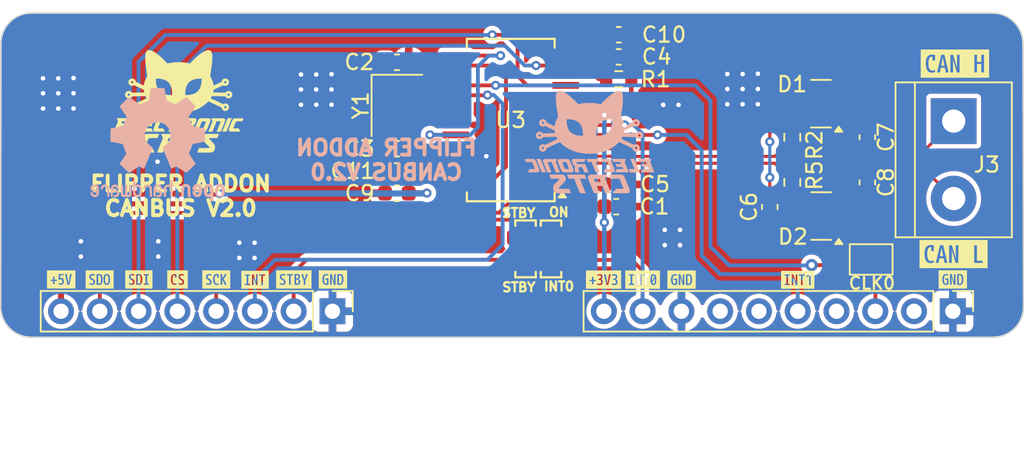
<source format=kicad_pcb>
(kicad_pcb (version 20241229) (generator "pcbnew") (generator_version "9.0")
  (layers (0 "F.Cu" signal) (2 "B.Cu" signal) (13 "F.Paste" user) (15 "B.Paste" user) (5 "F.SilkS" user "F.Silkscreen") (7 "B.SilkS" user "B.Silkscreen") (1 "F.Mask" user) (3 "B.Mask" user) (25 "Edge.Cuts" user))
  (net 0 "")
  (net 1 "GND")
  (net 2 "+3.3V")
  (net 3 "/SDO")
  (net 4 "/SDI")
  (net 5 "/CS")
  (net 6 "/SCK")
  (net 7 "/INT")
  (net 8 "Net-(U3-OSC2)")
  (net 10 "/CAN+")
  (net 11 "/CAN-")
  (net 12 "Net-(U3-OSC1)")
  (net 13 "Net-(C6-Pad1)")
  (net 16 "/STBY")
  (net 18 "/INT1")
  (net 19 "/INT0")
  (net 20 "Net-(JP1-C)")
  (net 21 "/STB")
  (net 23 "Net-(U3-TXCAN)")
  (net 27 "/CLK0")
  (net 28 "+5V")
  (net 29 "Net-(U3-RXCAN)")
  (net 34 "/CLKO")
  (footprint "Aesthetics:electronic_cats_logo_8x6" (layer "F.Cu") (at 120.739 95.202)
    (property "Reference" "G***" (hide yes))
    (property "Value" "LOGO" (hide yes))
  )
  (footprint "Capacitor_SMD:C_0603_1608Metric" (layer "F.Cu") (at 149.4 100.646364 180)
    (property "Reference" "C5" (at -2.54 0.006364 180) (layer "F.SilkS"))
    (property "Value" "0.1uF")
    (pad "1" smd roundrect (at -0.775 0 180) (size 0.9 0.95) (layers "F.Cu" "F.Mask" "F.Paste") (net 1 "GND"))
    (pad "2" smd roundrect (at 0.775 0 180) (size 0.9 0.95) (layers "F.Cu" "F.Mask" "F.Paste") (net 2 "+3.3V"))
  )
  (footprint "Capacitor_SMD:C_0603_1608Metric" (layer "F.Cu") (at 165.85 100.515 -90)
    (property "Reference" "C8" (at -0.005 -1.22 90) (layer "F.SilkS"))
    (property "Value" "47pF")
    (pad "1" smd roundrect (at -0.775 0 270) (size 0.9 0.95) (layers "F.Cu" "F.Mask" "F.Paste") (net 11 "/CAN-"))
    (pad "2" smd roundrect (at 0.775 0 270) (size 0.9 0.95) (layers "F.Cu" "F.Mask" "F.Paste") (net 1 "GND"))
  )
  (footprint "TerminalBlock:TerminalBlock_bornier-2_P5.08mm" (layer "F.Cu") (at 171.5075 96.495 -90)
    (property "Reference" "J3" (at 2.86 -2.17 0) (layer "F.SilkS"))
    (property "Value" "Conn")
    (pad "1" thru_hole rect (at 0 0 270) (size 3 3) (drill 1.52) (layers "*.Cu" "*.Mask") (net 10 "/CAN+"))
    (pad "2" thru_hole circle (at 5.08 0 270) (size 3 3) (drill 1.52) (layers "*.Cu" "*.Mask") (net 11 "/CAN-"))
  )
  (footprint "kibuzzard-65B92FFC" (layer "F.Cu") (at 171.5875 92.725)
    (property "Reference" "kibuzzard-65B92FFC" (hide yes))
    (property "Value" "G***" (hide yes))
  )
  (footprint "Package_TO_SOT_SMD:SOT-23" (layer "F.Cu") (at 162.82 102.72 180)
    (property "Reference" "D2" (at 1.85 -1.36 0) (layer "F.SilkS"))
    (property "Value" "MMBZ27VCL-7-F")
    (pad "1" smd roundrect (at -0.9375 -0.95 180) (size 1.475 0.6) (layers "F.Cu" "F.Mask" "F.Paste") (net 1 "GND"))
    (pad "2" smd roundrect (at -0.9375 0.95 180) (size 1.475 0.6) (layers "F.Cu" "F.Mask" "F.Paste") (net 11 "/CAN-"))
    (pad "3" smd roundrect (at 0.9375 0 180) (size 1.475 0.6) (layers "F.Cu" "F.Mask" "F.Paste"))
  )
  (footprint "Capacitor_SMD:C_0603_1608Metric" (layer "F.Cu") (at 135.033433 98.307514)
    (property "Reference" "C3" (at -2.4325 0 0) (layer "F.SilkS"))
    (property "Value" "18pF")
    (pad "1" smd roundrect (at -0.775 0) (size 0.9 0.95) (layers "F.Cu" "F.Mask" "F.Paste") (net 1 "GND"))
    (pad "2" smd roundrect (at 0.775 0) (size 0.9 0.95) (layers "F.Cu" "F.Mask" "F.Paste") (net 12 "Net-(U3-OSC1)"))
  )
  (footprint "Capacitor_SMD:C_0603_1608Metric" (layer "F.Cu") (at 149.564966 92.283888 180)
    (property "Reference" "C4" (at -2.48 0.01 0) (layer "F.SilkS"))
    (property "Value" "0.1uF")
    (pad "1" smd roundrect (at -0.775 0 180) (size 0.9 0.95) (layers "F.Cu" "F.Mask" "F.Paste") (net 1 "GND"))
    (pad "2" smd roundrect (at 0.775 0 180) (size 0.9 0.95) (layers "F.Cu" "F.Mask" "F.Paste") (net 2 "+3.3V"))
  )
  (footprint "Package_SO:SSOP-28_5.3x10.2mm_P0.65mm" (layer "F.Cu") (at 142.49 96.426364 180)
    (property "Reference" "U3" (at 0 0 0) (layer "F.SilkS"))
    (property "Value" "MCP251863T-H-SS")
    (pad "1" smd rect (at -3.6 -4.225 180) (size 1.75 0.45) (layers "F.Cu" "F.Mask" "F.Paste") (net 2 "+3.3V"))
    (pad "2" smd rect (at -3.6 -3.575 180) (size 1.75 0.45) (layers "F.Cu" "F.Mask" "F.Paste"))
    (pad "3" smd rect (at -3.6 -2.925 180) (size 1.75 0.45) (layers "F.Cu" "F.Mask" "F.Paste") (net 11 "/CAN-"))
    (pad "4" smd rect (at -3.6 -2.275 180) (size 1.75 0.45) (layers "F.Cu" "F.Mask" "F.Paste") (net 10 "/CAN+"))
    (pad "5" smd rect (at -3.6 -1.625 180) (size 1.75 0.45) (layers "F.Cu" "F.Mask" "F.Paste") (net 21 "/STB"))
    (pad "6" smd rect (at -3.6 -0.975 180) (size 1.75 0.45) (layers "F.Cu" "F.Mask" "F.Paste") (net 18 "/INT1"))
    (pad "7" smd rect (at -3.6 -0.325 180) (size 1.75 0.45) (layers "F.Cu" "F.Mask" "F.Paste") (net 19 "/INT0"))
    (pad "8" smd rect (at -3.6 0.325 180) (size 1.75 0.45) (layers "F.Cu" "F.Mask" "F.Paste"))
    (pad "9" smd rect (at -3.6 0.975 180) (size 1.75 0.45) (layers "F.Cu" "F.Mask" "F.Paste") (net 6 "/SCK"))
    (pad "10" smd rect (at -3.6 1.625 180) (size 1.75 0.45) (layers "F.Cu" "F.Mask" "F.Paste") (net 4 "/SDI"))
    (pad "11" smd rect (at -3.6 2.275 180) (size 1.75 0.45) (layers "F.Cu" "F.Mask" "F.Paste") (net 3 "/SDO"))
    (pad "12" smd rect (at -3.6 2.925 180) (size 1.75 0.45) (layers "F.Cu" "F.Mask" "F.Paste"))
    (pad "13" smd rect (at -3.6 3.575 180) (size 1.75 0.45) (layers "F.Cu" "F.Mask" "F.Paste") (net 5 "/CS"))
    (pad "14" smd rect (at -3.6 4.225 180) (size 1.75 0.45) (layers "F.Cu" "F.Mask" "F.Paste") (net 2 "+3.3V"))
    (pad "15" smd rect (at 3.6 4.225 180) (size 1.75 0.45) (layers "F.Cu" "F.Mask" "F.Paste") (net 23 "Net-(U3-TXCAN)"))
    (pad "16" smd rect (at 3.6 3.575 180) (size 1.75 0.45) (layers "F.Cu" "F.Mask" "F.Paste") (net 29 "Net-(U3-RXCAN)"))
    (pad "17" smd rect (at 3.6 2.925 180) (size 1.75 0.45) (layers "F.Cu" "F.Mask" "F.Paste"))
    (pad "18" smd rect (at 3.6 2.275 180) (size 1.75 0.45) (layers "F.Cu" "F.Mask" "F.Paste") (net 27 "/CLK0"))
    (pad "19" smd rect (at 3.6 1.625 180) (size 1.75 0.45) (layers "F.Cu" "F.Mask" "F.Paste") (net 7 "/INT"))
    (pad "20" smd rect (at 3.6 0.975 180) (size 1.75 0.45) (layers "F.Cu" "F.Mask" "F.Paste") (net 8 "Net-(U3-OSC2)"))
    (pad "21" smd rect (at 3.6 0.325 180) (size 1.75 0.45) (layers "F.Cu" "F.Mask" "F.Paste") (net 12 "Net-(U3-OSC1)"))
    (pad "22" smd rect (at 3.6 -0.325 180) (size 1.75 0.45) (layers "F.Cu" "F.Mask" "F.Paste") (net 1 "GND"))
    (pad "23" smd rect (at 3.6 -0.975 180) (size 1.75 0.45) (layers "F.Cu" "F.Mask" "F.Paste") (net 23 "Net-(U3-TXCAN)"))
    (pad "24" smd rect (at 3.6 -1.625 180) (size 1.75 0.45) (layers "F.Cu" "F.Mask" "F.Paste") (net 1 "GND"))
    (pad "25" smd rect (at 3.6 -2.275 180) (size 1.75 0.45) (layers "F.Cu" "F.Mask" "F.Paste") (net 28 "+5V"))
    (pad "26" smd rect (at 3.6 -2.925 180) (size 1.75 0.45) (layers "F.Cu" "F.Mask" "F.Paste"))
    (pad "27" smd rect (at 3.6 -3.575 180) (size 1.75 0.45) (layers "F.Cu" "F.Mask" "F.Paste"))
    (pad "28" smd rect (at 3.6 -4.225 180) (size 1.75 0.45) (layers "F.Cu" "F.Mask" "F.Paste") (net 29 "Net-(U3-RXCAN)"))
  )
  (footprint "kibuzzard-6930B209" (layer "F.Cu") (at 151.13 106.89)
    (property "Reference" "kibuzzard-6930B209" (hide yes))
    (property "Value" "G***" (hide yes))
  )
  (footprint "Capacitor_SMD:C_0603_1608Metric" (layer "F.Cu") (at 135.033433 92.637514 180)
    (property "Reference" "C2" (at 2.4625 0.01 180) (layer "F.SilkS"))
    (property "Value" "18pF")
    (pad "1" smd roundrect (at -0.775 0 180) (size 0.9 0.95) (layers "F.Cu" "F.Mask" "F.Paste") (net 1 "GND"))
    (pad "2" smd roundrect (at 0.775 0 180) (size 0.9 0.95) (layers "F.Cu" "F.Mask" "F.Paste") (net 8 "Net-(U3-OSC2)"))
  )
  (footprint "Connector_PinHeader_2.54mm:PinHeader_1x10_P2.54mm_Vertical" (layer "F.Cu") (at 171.45 108.966 -90)
    (property "Reference" "J2" (hide yes))
    (property "Value" "Conn_01x10_Socket")
    (pad "1" thru_hole rect (at 0 0 270) (size 1.7 1.7) (drill 1) (layers "*.Cu" "*.Mask") (net 1 "GND"))
    (pad "2" thru_hole oval (at 0 2.54 270) (size 1.7 1.7) (drill 1) (layers "*.Cu" "*.Mask"))
    (pad "3" thru_hole oval (at 0 5.08 270) (size 1.7 1.7) (drill 1) (layers "*.Cu" "*.Mask") (net 34 "/CLKO"))
    (pad "4" thru_hole oval (at 0 7.62 270) (size 1.7 1.7) (drill 1) (layers "*.Cu" "*.Mask"))
    (pad "5" thru_hole oval (at 0 10.16 270) (size 1.7 1.7) (drill 1) (layers "*.Cu" "*.Mask") (net 18 "/INT1"))
    (pad "6" thru_hole oval (at 0 12.7 270) (size 1.7 1.7) (drill 1) (layers "*.Cu" "*.Mask"))
    (pad "7" thru_hole oval (at 0 15.24 270) (size 1.7 1.7) (drill 1) (layers "*.Cu" "*.Mask"))
    (pad "8" thru_hole oval (at 0 17.78 270) (size 1.7 1.7) (drill 1) (layers "*.Cu" "*.Mask") (net 1 "GND"))
    (pad "9" thru_hole oval (at 0 20.32 270) (size 1.7 1.7) (drill 1) (layers "*.Cu" "*.Mask") (net 19 "/INT0"))
    (pad "10" thru_hole oval (at 0 22.86 270) (size 1.7 1.7) (drill 1) (layers "*.Cu" "*.Mask") (net 2 "+3.3V"))
  )
  (footprint "Connector_PinHeader_2.54mm:PinHeader_1x08_P2.54mm_Vertical" (layer "F.Cu") (at 130.81 108.966 -90)
    (property "Reference" "J1" (hide yes))
    (property "Value" "Conn_01x08_Socket")
    (pad "1" thru_hole rect (at 0 0 270) (size 1.7 1.7) (drill 1) (layers "*.Cu" "*.Mask") (net 1 "GND"))
    (pad "2" thru_hole oval (at 0 2.54 270) (size 1.7 1.7) (drill 1) (layers "*.Cu" "*.Mask") (net 16 "/STBY"))
    (pad "3" thru_hole oval (at 0 5.08 270) (size 1.7 1.7) (drill 1) (layers "*.Cu" "*.Mask") (net 7 "/INT"))
    (pad "4" thru_hole oval (at 0 7.62 270) (size 1.7 1.7) (drill 1) (layers "*.Cu" "*.Mask") (net 6 "/SCK"))
    (pad "5" thru_hole oval (at 0 10.16 270) (size 1.7 1.7) (drill 1) (layers "*.Cu" "*.Mask") (net 5 "/CS"))
    (pad "6" thru_hole oval (at 0 12.7 270) (size 1.7 1.7) (drill 1) (layers "*.Cu" "*.Mask") (net 3 "/SDO"))
    (pad "7" thru_hole oval (at 0 15.24 270) (size 1.7 1.7) (drill 1) (layers "*.Cu" "*.Mask") (net 4 "/SDI"))
    (pad "8" thru_hole oval (at 0 17.78 270) (size 1.7 1.7) (drill 1) (layers "*.Cu" "*.Mask") (net 28 "+5V"))
  )
  (footprint "Resistor_SMD:R_0603_1608Metric" (layer "F.Cu") (at 160.9325 100.515 90)
    (property "Reference" "R5" (at 0.455 1.4575 90) (layer "F.SilkS"))
    (property "Value" "60.2")
    (pad "1" smd roundrect (at -0.825 0 90) (size 0.8 0.95) (layers "F.Cu" "F.Mask" "F.Paste") (net 13 "Net-(C6-Pad1)"))
    (pad "2" smd roundrect (at 0.825 0 90) (size 0.8 0.95) (layers "F.Cu" "F.Mask" "F.Paste") (net 11 "/CAN-"))
  )
  (footprint "Capacitor_SMD:C_0603_1608Metric" (layer "F.Cu") (at 149.4 102.106364 180)
    (property "Reference" "C1" (at -2.51 0.006364 0) (layer "F.SilkS"))
    (property "Value" "10uF")
    (pad "1" smd roundrect (at -0.775 0 180) (size 0.9 0.95) (layers "F.Cu" "F.Mask" "F.Paste") (net 1 "GND"))
    (pad "2" smd roundrect (at 0.775 0 180) (size 0.9 0.95) (layers "F.Cu" "F.Mask" "F.Paste") (net 2 "+3.3V"))
  )
  (footprint "Footprints:Jumper" (layer "F.Cu") (at 144.294715 104.139612 180)
    (property "Reference" "JP2" (hide yes))
    (property "Value" "STBY")
    (pad "1" smd roundrect (at -1.65 0 180) (size 0.8 0.95) (layers "F.Cu" "F.Mask" "F.Paste") (net 1 "GND"))
    (pad "2" smd roundrect (at 0 0 180) (size 0.8 0.95) (layers "F.Cu" "F.Mask" "F.Paste") (net 21 "/STB"))
    (pad "3" smd roundrect (at 1.65 0 180) (size 0.8 0.95) (layers "F.Cu" "F.Mask" "F.Paste") (net 20 "Net-(JP1-C)"))
  )
  (footprint "Capacitor_SMD:C_0603_1608Metric" (layer "F.Cu") (at 159.46 102.125 -90)
    (property "Reference" "C6" (at 0 1.36 90) (layer "F.SilkS"))
    (property "Value" "4.7nF")
    (pad "1" smd roundrect (at -0.775 0 270) (size 0.9 0.95) (layers "F.Cu" "F.Mask" "F.Paste") (net 13 "Net-(C6-Pad1)"))
    (pad "2" smd roundrect (at 0.775 0 270) (size 0.9 0.95) (layers "F.Cu" "F.Mask" "F.Paste") (net 1 "GND"))
  )
  (footprint "kibuzzard-6930B2A6" (layer "F.Cu") (at 125.74 106.9)
    (property "Reference" "kibuzzard-6930B2A6" (hide yes))
    (property "Value" "G***" (hide yes))
  )
  (footprint "kibuzzard-6930B9E8" (layer "F.Cu") (at 171.45 106.88)
    (property "Reference" "kibuzzard-6930B9E8" (hide yes))
    (property "Value" "G***" (hide yes))
  )
  (footprint "Capacitor_SMD:C_0603_1608Metric" (layer "F.Cu") (at 149.57 90.831364 180)
    (property "Reference" "C10" (at -2.96 0 0) (layer "F.SilkS"))
    (property "Value" "10uF")
    (pad "1" smd roundrect (at -0.775 0 180) (size 0.9 0.95) (layers "F.Cu" "F.Mask" "F.Paste") (net 1 "GND"))
    (pad "2" smd roundrect (at 0.775 0 180) (size 0.9 0.95) (layers "F.Cu" "F.Mask" "F.Paste") (net 2 "+3.3V"))
  )
  (footprint "kibuzzard-6930B2E0" (layer "F.Cu") (at 161.29 106.9)
    (property "Reference" "kibuzzard-6930B2E0" (hide yes))
    (property "Value" "G***" (hide yes))
  )
  (footprint "Crystal:Crystal_SMD_EuroQuartz_MT-4Pin_3.2x2.5mm" (layer "F.Cu") (at 135.033433 95.467514 -90)
    (property "Reference" "Y1" (at 0 2.3725 90) (layer "F.SilkS"))
    (property "Value" "40MHz")
    (pad "1" smd roundrect (at -1.1 0.9 270) (size 1.3 1) (layers "F.Cu" "F.Mask" "F.Paste") (net 8 "Net-(U3-OSC2)"))
    (pad "2" smd roundrect (at 1.1 0.9 270) (size 1.3 1) (layers "F.Cu" "F.Mask" "F.Paste") (net 1 "GND"))
    (pad "3" smd roundrect (at 1.1 -0.9 270) (size 1.3 1) (layers "F.Cu" "F.Mask" "F.Paste") (net 12 "Net-(U3-OSC1)"))
    (pad "4" smd roundrect (at -1.1 -0.9 270) (size 1.3 1) (layers "F.Cu" "F.Mask" "F.Paste") (net 1 "GND"))
  )
  (footprint "Capacitor_SMD:C_0603_1608Metric" (layer "F.Cu") (at 135.03 99.766364)
    (property "Reference" "C11" (at -2.895 0 0) (layer "F.SilkS"))
    (property "Value" "0.1uF")
    (pad "1" smd roundrect (at -0.775 0) (size 0.9 0.95) (layers "F.Cu" "F.Mask" "F.Paste") (net 1 "GND"))
    (pad "2" smd roundrect (at 0.775 0) (size 0.9 0.95) (layers "F.Cu" "F.Mask" "F.Paste") (net 28 "+5V"))
  )
  (footprint "kibuzzard-6930BA32" (layer "F.Cu") (at 130.84 106.88)
    (property "Reference" "kibuzzard-6930BA32" (hide yes))
    (property "Value" "G***" (hide yes))
  )
  (footprint "kibuzzard-6930BAD2" (layer "F.Cu") (at 113.04 106.88)
    (property "Reference" "kibuzzard-6930BAD2" (hide yes))
    (property "Value" "G***" (hide yes))
  )
  (footprint "Capacitor_SMD:C_0603_1608Metric" (layer "F.Cu") (at 135.03 101.226364)
    (property "Reference" "C9" (at -2.435 0 0) (layer "F.SilkS"))
    (property "Value" "10uF")
    (pad "1" smd roundrect (at -0.775 0) (size 0.9 0.95) (layers "F.Cu" "F.Mask" "F.Paste") (net 1 "GND"))
    (pad "2" smd roundrect (at 0.775 0) (size 0.9 0.95) (layers "F.Cu" "F.Mask" "F.Paste") (net 28 "+5V"))
  )
  (footprint "kibuzzard-6930B972" (layer "F.Cu") (at 128.28 106.88)
    (property "Reference" "kibuzzard-6930B972" (hide yes))
    (property "Value" "G***" (hide yes))
  )
  (footprint "Capacitor_SMD:C_0603_1608Metric" (layer "F.Cu") (at 165.85 97.555 -90)
    (property "Reference" "C7" (at -0.005 -1.22 90) (layer "F.SilkS"))
    (property "Value" "47pF")
    (pad "1" smd roundrect (at -0.775 0 270) (size 0.9 0.95) (layers "F.Cu" "F.Mask" "F.Paste") (net 1 "GND"))
    (pad "2" smd roundrect (at 0.775 0 270) (size 0.9 0.95) (layers "F.Cu" "F.Mask" "F.Paste") (net 10 "/CAN+"))
  )
  (footprint "kibuzzard-6930BA54" (layer "F.Cu") (at 123.2 106.88)
    (property "Reference" "kibuzzard-6930BA54" (hide yes))
    (property "Value" "G***" (hide yes))
  )
  (footprint "kibuzzard-65B9300E" (layer "F.Cu") (at 171.4975 105.215)
    (property "Reference" "kibuzzard-65B9300E" (hide yes))
    (property "Value" "G***" (hide yes))
  )
  (footprint "Resistor_SMD:R_0603_1608Metric" (layer "F.Cu") (at 160.9325 97.555 90)
    (property "Reference" "R2" (at -0.515 1.4575 90) (layer "F.SilkS"))
    (property "Value" "60.2")
    (pad "1" smd roundrect (at -0.825 0 90) (size 0.8 0.95) (layers "F.Cu" "F.Mask" "F.Paste") (net 10 "/CAN+"))
    (pad "2" smd roundrect (at 0.825 0 90) (size 0.8 0.95) (layers "F.Cu" "F.Mask" "F.Paste") (net 13 "Net-(C6-Pad1)"))
  )
  (footprint "kibuzzard-6930BA73" (layer "F.Cu") (at 120.66 106.88)
    (property "Reference" "kibuzzard-6930BA73" (hide yes))
    (property "Value" "G***" (hide yes))
  )
  (footprint "kibuzzard-6930B295" (layer "F.Cu") (at 153.68 106.89)
    (property "Reference" "kibuzzard-6930B295" (hide yes))
    (property "Value" "G***" (hide yes))
  )
  (footprint "Package_TO_SOT_SMD:SOT-23" (layer "F.Cu") (at 162.81 95.3525 180)
    (property "Reference" "D1" (at 1.89 1.2725 0) (layer "F.SilkS"))
    (property "Value" "MMBZ27VCL-7-F")
    (pad "1" smd roundrect (at -0.9375 -0.95 180) (size 1.475 0.6) (layers "F.Cu" "F.Mask" "F.Paste") (net 10 "/CAN+"))
    (pad "2" smd roundrect (at -0.9375 0.95 180) (size 1.475 0.6) (layers "F.Cu" "F.Mask" "F.Paste") (net 1 "GND"))
    (pad "3" smd roundrect (at 0.9375 0 180) (size 1.475 0.6) (layers "F.Cu" "F.Mask" "F.Paste"))
  )
  (footprint "kibuzzard-6930BA9C" (layer "F.Cu") (at 115.56 106.88)
    (property "Reference" "kibuzzard-6930BA9C" (hide yes))
    (property "Value" "G***" (hide yes))
  )
  (footprint "Resistor_SMD:R_0603_1608Metric" (layer "F.Cu") (at 149.564966 93.743888)
    (property "Reference" "R1" (at 2.42 0.01 0) (layer "F.SilkS"))
    (property "Value" "10K")
    (pad "1" smd roundrect (at -0.825 0) (size 0.8 0.95) (layers "F.Cu" "F.Mask" "F.Paste") (net 5 "/CS"))
    (pad "2" smd roundrect (at 0.825 0) (size 0.8 0.95) (layers "F.Cu" "F.Mask" "F.Paste") (net 2 "+3.3V"))
  )
  (footprint "kibuzzard-6930BAB6" (layer "F.Cu") (at 118.13 106.88)
    (property "Reference" "kibuzzard-6930BAB6" (hide yes))
    (property "Value" "G***" (hide yes))
  )
  (footprint "kibuzzard-6930B93D" (layer "F.Cu") (at 148.57 106.89)
    (property "Reference" "kibuzzard-6930B93D" (hide yes))
    (property "Value" "G***" (hide yes))
  )
  (footprint "Footprints:Jumper" (layer "F.Cu") (at 144.294715 105.599612 180)
    (property "Reference" "JP1" (hide yes))
    (property "Value" "STBY SEL")
    (pad "1" smd roundrect (at -1.65 0 180) (size 0.8 0.95) (layers "F.Cu" "F.Mask" "F.Paste") (net 19 "/INT0"))
    (pad "2" smd roundrect (at 0 0 180) (size 0.8 0.95) (layers "F.Cu" "F.Mask" "F.Paste") (net 20 "Net-(JP1-C)"))
    (pad "3" smd roundrect (at 1.65 0 180) (size 0.8 0.95) (layers "F.Cu" "F.Mask" "F.Paste") (net 16 "/STBY"))
  )
  (footprint "Jumper:SolderJumper-2_P1.3mm_Open_Pad1.0x1.5mm" (layer "F.Cu") (at 166.1 105.57 180)
    (property "Reference" "CLK0" (at -0.05 -1.56 0) (layer "F.SilkS") (effects (font (size 0.8 0.8))))
    (property "Value" "Jumper_2_Open")
    (pad "1" smd rect (at -0.65 0 180) (size 1 1.5) (layers "F.Cu" "F.Mask") (net 34 "/CLKO"))
    (pad "2" smd rect (at 0.65 0 180) (size 1 1.5) (layers "F.Cu" "F.Mask") (net 27 "/CLK0"))
  )
  (footprint "Aesthetics:electronic_cats_logo_8x6" (layer "B.Cu") (at 147.65 97.871364 180)
    (property "Reference" "G***" (hide yes))
    (property "Value" "LOGO" (hide yes))
  )
  (footprint "Symbol:OSHW-Logo2_9.8x8mm_SilkScreen" (layer "B.Cu") (at 119.36 98.04 180)
    (property "Reference" "REF**" (hide yes))
    (property "Value" "OSHW-Logo2_9.8x8mm_SilkScreen" (hide yes))
  )
  (gr_line (start 142.79 106.735) (end 142.79 106.385) (stroke (width 0.15)) (layer "F.SilkS"))
  (gr_line (start 144.46 103.015) (end 144.46 103.365) (stroke (width 0.15)) (layer "F.SilkS"))
  (gr_line (start 142.79 103.01) (end 142.79 103.36) (stroke (width 0.15)) (layer "F.SilkS"))
  (gr_line (start 145.8 103.015) (end 145.8 103.365) (stroke (width 0.15)) (layer "F.SilkS"))
  (gr_line (start 144.13 103.01) (end 144.13 103.36) (stroke (width 0.15)) (layer "F.SilkS"))
  (gr_line (start 144.46 106.74) (end 145.8 106.74) (stroke (width 0.15)) (layer "F.SilkS"))
  (gr_line (start 145.8 106.74) (end 145.8 106.39) (stroke (width 0.15)) (layer "F.SilkS"))
  (gr_line (start 144.46 106.74) (end 144.46 106.39) (stroke (width 0.15)) (layer "F.SilkS"))
  (gr_line (start 144.13 103.01) (end 142.79 103.01) (stroke (width 0.15)) (layer "F.SilkS"))
  (gr_line (start 142.79 106.735) (end 144.13 106.735) (stroke (width 0.15)) (layer "F.SilkS"))
  (gr_line (start 144.13 106.735) (end 144.13 106.385) (stroke (width 0.15)) (layer "F.SilkS"))
  (gr_line (start 145.8 103.015) (end 144.46 103.015) (stroke (width 0.15)) (layer "F.SilkS"))
  (gr_line (start 174.082 110.67) (end 111.082 110.67) (stroke (width 0.1)) (layer "Edge.Cuts"))
  (gr_arc (start 111.082 110.67) (mid 109.667786 110.084214) (end 109.082 108.67) (stroke (width 0.1)) (layer "Edge.Cuts"))
  (gr_line (start 174.0408 89.408) (end 111.0996 89.408) (stroke (width 0.1)) (layer "Edge.Cuts"))
  (gr_line (start 176.082 108.67) (end 176.0474 91.4146) (stroke (width 0.1)) (layer "Edge.Cuts"))
  (gr_arc (start 176.082 108.67) (mid 175.496214 110.084214) (end 174.082 110.67) (stroke (width 0.1)) (layer "Edge.Cuts"))
  (gr_arc (start 109.093 91.4146) (mid 109.68072 89.99572) (end 111.0996 89.408) (stroke (width 0.1)) (layer "Edge.Cuts"))
  (gr_arc (start 174.0408 89.408) (mid 175.45968 89.99572) (end 176.0474 91.4146) (stroke (width 0.1)) (layer "Edge.Cuts"))
  (gr_line (start 109.082 108.67) (end 109.093 91.4146) (stroke (width 0.1)) (layer "Edge.Cuts"))
  (gr_text "ON" (at 145.64 102.47 0) (layer "F.SilkS") (effects (font (size 0.6 0.6))))
  (gr_text "STBY\n" (at 143.01 102.52 0) (layer "F.SilkS") (effects (font (size 0.6 0.6))))
  (gr_text "INT0" (at 145.65 107.34 0) (layer "F.SilkS") (effects (font (size 0.6 0.6))))
  (gr_text "FLIPPER ADDON\nCANBUS V2.0\n" (at 120.87 101.41 0) (layer "F.SilkS") (effects (font (size 1 1) (thickness 0.25) (bold yes))))
  (gr_text "STBY\n" (at 143.02 107.39 0) (layer "F.SilkS") (effects (font (size 0.6 0.6))))
  (gr_text "FLIPPER ADDON\nCANBUS V2.0" (at 134.34 99.05 0) (layer "B.SilkS") (effects (font (size 1 1) (thickness 0.25) (bold yes)) (justify mirror)))
  (segment (start 138.89 98.051364) (end 140.49 98.051364) (width 0.25) (layer "F.Cu") (net 1))
  (segment (start 138.89 96.751364) (end 140.48 96.751364) (width 0.25) (layer "F.Cu") (net 1))
  (via (at 129.75 94.42) (size 0.6) (drill 0.3) (layers "F.Cu" "B.Cu") (net 1))
  (via (at 152.58 103.63) (size 0.6) (drill 0.3) (layers "F.Cu" "B.Cu") (net 1))
  (via (at 114.33 105.38) (size 0.6) (drill 0.3) (layers "F.Cu" "B.Cu") (net 1))
  (via (at 128.75 95.42) (size 0.6) (drill 0.3) (layers "F.Cu" "B.Cu") (net 1))
  (via (at 128.75 94.42) (size 0.6) (drill 0.3) (layers "F.Cu" "B.Cu") (net 1))
  (via (at 112.85 93.69) (size 0.6) (drill 0.3) (layers "F.Cu" "B.Cu") (net 1))
  (via (at 113.85 93.67) (size 0.6) (drill 0.3) (layers "F.Cu" "B.Cu") (net 1))
  (via (at 125.71 105.47) (size 0.6) (drill 0.3) (layers "F.Cu" "B.Cu") (net 1))
  (via (at 157.68 95.39) (size 0.6) (drill 0.3) (layers "F.Cu" "B.Cu") (net 1))
  (via (at 124.71 104.47) (size 0.6) (drill 0.3) (layers "F.Cu" "B.Cu") (net 1))
  (via (at 152.58 104.63) (size 0.6) (drill 0.3) (layers "F.Cu" "B.Cu") (net 1))
  (via (at 129.75 93.44) (size 0.6) (drill 0.3) (layers "F.Cu" "B.Cu") (net 1))
  (via (at 156.68 95.39) (size 0.6) (drill 0.3) (layers "F.Cu" "B.Cu") (net 1))
  (via (at 119.35 99.16) (size 0.6) (drill 0.3) (layers "F.Cu" "B.Cu") (net 1))
  (via (at 111.85 94.67) (size 0.6) (drill 0.3) (layers "F.Cu" "B.Cu") (net 1))
  (via (at 125.71 104.47) (size 0.6) (drill 0.3) (layers "F.Cu" "B.Cu") (net 1))
  (via (at 119.4 105.38) (size 0.6) (drill 0.3) (layers "F.Cu" "B.Cu") (net 1))
  (via (at 152.48 95.43) (size 0.6) (drill 0.3) (layers "F.Cu" "B.Cu") (net 1))
  (via (at 112.85 95.67) (size 0.6) (drill 0.3) (layers "F.Cu" "B.Cu") (net 1))
  (via (at 119.4 104.38) (size 0.6) (drill 0.3) (layers "F.Cu" "B.Cu") (net 1))
  (via (at 153.58 103.63) (size 0.6) (drill 0.3) (layers "F.Cu" "B.Cu") (net 1))
  (via (at 158.68 93.39) (size 0.6) (drill 0.3) (layers "F.Cu" "B.Cu") (net 1))
  (via (at 111.85 93.69) (size 0.6) (drill 0.3) (layers "F.Cu" "B.Cu") (net 1))
  (via (at 124.71 105.47) (size 0.6) (drill 0.3) (layers "F.Cu" "B.Cu") (net 1))
  (via (at 130.75 95.42) (size 0.6) (drill 0.3) (layers "F.Cu" "B.Cu") (net 1))
  (via (at 140.89 98.8) (size 0.6) (drill 0.3) (layers "F.Cu" "B.Cu") (net 1))
  (via (at 153.58 104.63) (size 0.6) (drill 0.3) (layers "F.Cu" "B.Cu") (net 1))
  (via (at 111.85 95.67) (size 0.6) (drill 0.3) (layers "F.Cu" "B.Cu") (net 1))
  (via (at 158.68 95.39) (size 0.6) (drill 0.3) (layers "F.Cu" "B.Cu") (net 1))
  (via (at 156.68 93.41) (size 0.6) (drill 0.3) (layers "F.Cu" "B.Cu") (net 1))
  (via (at 128.75 93.44) (size 0.6) (drill 0.3) (layers "F.Cu" "B.Cu") (net 1))
  (via (at 113.85 95.67) (size 0.6) (drill 0.3) (layers "F.Cu" "B.Cu") (net 1))
  (via (at 130.75 93.42) (size 0.6) (drill 0.3) (layers "F.Cu" "B.Cu") (net 1))
  (via (at 158.68 94.39) (size 0.6) (drill 0.3) (layers "F.Cu" "B.Cu") (net 1))
  (via (at 112.85 94.67) (size 0.6) (drill 0.3) (layers "F.Cu" "B.Cu") (net 1))
  (via (at 130.75 94.42) (size 0.6) (drill 0.3) (layers "F.Cu" "B.Cu") (net 1))
  (via (at 157.68 93.41) (size 0.6) (drill 0.3) (layers "F.Cu" "B.Cu") (net 1))
  (via (at 157.68 94.39) (size 0.6) (drill 0.3) (layers "F.Cu" "B.Cu") (net 1))
  (via (at 153.48 95.43) (size 0.6) (drill 0.3) (layers "F.Cu" "B.Cu") (net 1))
  (via (at 129.75 95.42) (size 0.6) (drill 0.3) (layers "F.Cu" "B.Cu") (net 1))
  (via (at 114.33 104.38) (size 0.6) (drill 0.3) (layers "F.Cu" "B.Cu") (net 1))
  (via (at 156.68 94.39) (size 0.6) (drill 0.3) (layers "F.Cu" "B.Cu") (net 1))
  (via (at 113.85 94.67) (size 0.6) (drill 0.3) (layers "F.Cu" "B.Cu") (net 1))
  (segment (start 148.62 96.1) (end 148.62 95.62) (width 0.3) (layer "F.Cu") (net 2))
  (segment (start 148.789966 90.823888) (end 148.789966 92.283888) (width 0.3) (layer "F.Cu") (net 2))
  (segment (start 146.09 92.201364) (end 148.707442 92.201364) (width 0.3) (layer "F.Cu") (net 2))
  (segment (start 148.62 95.62) (end 149.108636 95.131364) (width 0.3) (layer "F.Cu") (net 2))
  (segment (start 148.625 100.646364) (end 148.625 102.106364) (width 0.3) (layer "F.Cu") (net 2))
  (segment (start 149.108636 95.131364) (end 149.99 95.131364) (width 0.3) (layer "F.Cu") (net 2))
  (segment (start 148.792626 92.283888) (end 150.252626 93.743888) (width 0.3) (layer "F.Cu") (net 2))
  (segment (start 148.625 100.646364) (end 146.095 100.646364) (width 0.3) (layer "F.Cu") (net 2))
  (segment (start 150.389966 94.731398) (end 150.389966 93.743888) (width 0.3) (layer "F.Cu") (net 2))
  (segment (start 146.095 100.646364) (end 146.09 100.651364) (width 0.3) (layer "F.Cu") (net 2))
  (segment (start 148.707442 92.201364) (end 148.789966 92.283888) (width 0.3) (layer "F.Cu") (net 2))
  (segment (start 148.789966 92.283888) (end 148.792626 92.283888) (width 0.3) (layer "F.Cu") (net 2))
  (segment (start 148.625 103.14) (end 148.625 102.106364) (width 0.3) (layer "F.Cu") (net 2))
  (segment (start 150.252626 93.743888) (end 150.389966 93.743888) (width 0.3) (layer "F.Cu") (net 2))
  (segment (start 149.99 95.131364) (end 150.389966 94.731398) (width 0.3) (layer "F.Cu") (net 2))
  (via (at 148.62 96.1) (size 0.6) (drill 0.3) (layers "F.Cu" "B.Cu") (net 2))
  (via (at 148.625 103.14) (size 0.6) (drill 0.3) (layers "F.Cu" "B.Cu") (net 2))
  (segment (start 148.62 108.936) (end 148.59 108.966) (width 0.3) (layer "B.Cu") (net 2))
  (segment (start 148.625 103.14) (end 148.62 103.135) (width 0.3) (layer "B.Cu") (net 2))
  (segment (start 148.62 103.135) (end 148.62 96.1) (width 0.3) (layer "B.Cu") (net 2))
  (segment (start 148.625 103.14) (end 148.62 103.145) (width 0.3) (layer "B.Cu") (net 2))
  (segment (start 148.62 103.145) (end 148.62 108.936) (width 0.3) (layer "B.Cu") (net 2))
  (segment (start 141.28 90.841364) (end 142.18 90.841364) (width 0.25) (layer "F.Cu") (net 3))
  (segment (start 142.18 90.841364) (end 142.94 91.601364) (width 0.25) (layer "F.Cu") (net 3))
  (segment (start 143.56 94.151364) (end 146.09 94.151364) (width 0.25) (layer "F.Cu") (net 3))
  (segment (start 142.94 91.601364) (end 142.94 93.531364) (width 0.25) (layer "F.Cu") (net 3))
  (segment (start 142.94 93.531364) (end 143.56 94.151364) (width 0.25) (layer "F.Cu") (net 3))
  (via (at 141.28 90.841364) (size 0.6) (drill 0.3) (layers "F.Cu" "B.Cu") (net 3))
  (segment (start 119.87 90.85) (end 141.271364 90.85) (width 0.25) (layer "B.Cu") (net 3))
  (segment (start 141.271364 90.85) (end 141.28 90.841364) (width 0.25) (layer "B.Cu") (net 3))
  (segment (start 118.11 92.61) (end 118.11 108.966) (width 0.25) (layer "B.Cu") (net 3))
  (segment (start 119.87 90.85) (end 118.11 92.61) (width 0.25) (layer "B.Cu") (net 3))
  (segment (start 143.548636 94.801364) (end 142.721 95.629) (width 0.25) (layer "F.Cu") (net 4))
  (segment (start 116.5 102.52) (end 115.57 103.45) (width 0.25) (layer "F.Cu") (net 4))
  (segment (start 142.721 101.509) (end 141.721 102.509) (width 0.25) (layer "F.Cu") (net 4))
  (segment (start 142.721 95.629) (end 142.721 101.509) (width 0.25) (layer "F.Cu") (net 4))
  (segment (start 123.75219 102.52) (end 116.5 102.52) (width 0.25) (layer "F.Cu") (net 4))
  (segment (start 141.721 102.509) (end 123.76319 102.509) (width 0.25) (layer "F.Cu") (net 4))
  (segment (start 115.57 103.45) (end 115.57 108.966) (width 0.25) (layer "F.Cu") (net 4))
  (segment (start 146.09 94.801364) (end 143.548636 94.801364) (width 0.25) (layer "F.Cu") (net 4))
  (segment (start 123.76319 102.509) (end 123.75219 102.52) (width 0.25) (layer "F.Cu") (net 4))
  (segment (start 146.117306 92.87867) (end 147.379966 92.87867) (width 0.25) (layer "F.Cu") (net 5))
  (segment (start 144.15 92.851364) (end 146.09 92.851364) (width 0.25) (layer "F.Cu") (net 5))
  (segment (start 146.09 92.851364) (end 146.117306 92.87867) (width 0.25) (layer "F.Cu") (net 5))
  (segment (start 148.245184 93.743888) (end 148.739966 93.743888) (width 0.25) (layer "F.Cu") (net 5))
  (segment (start 147.379966 92.87867) (end 148.245184 93.743888) (width 0.25) (layer "F.Cu") (net 5))
  (via (at 144.15 92.851364) (size 0.6) (drill 0.3) (layers "F.Cu" "B.Cu") (net 5))
  (segment (start 142.11 91.551364) (end 122.568636 91.551364) (width 0.25) (layer "B.Cu") (net 5))
  (segment (start 122.568636 91.551364) (end 120.65 93.47) (width 0.25) (layer "B.Cu") (net 5))
  (segment (start 120.65 93.47) (end 120.65 108.966) (width 0.25) (layer "B.Cu") (net 5))
  (segment (start 143.41 92.851364) (end 142.11 91.551364) (width 0.25) (layer "B.Cu") (net 5))
  (segment (start 144.15 92.851364) (end 143.41 92.851364) (width 0.25) (layer "B.Cu") (net 5))
  (segment (start 124.39 102.96) (end 123.19 104.16) (width 0.25) (layer "F.Cu") (net 6))
  (segment (start 123.19 104.16) (end 123.19 108.966) (width 0.25) (layer "F.Cu") (net 6))
  (segment (start 146.09 95.451364) (end 144.388636 95.451364) (width 0.25) (layer "F.Cu") (net 6))
  (segment (start 143.57 102.1) (end 142.71 102.96) (width 0.25) (layer "F.Cu") (net 6))
  (segment (start 143.57 96.27) (end 143.57 102.1) (width 0.25) (layer "F.Cu") (net 6))
  (segment (start 144.388636 95.451364) (end 143.57 96.27) (width 0.25) (layer "F.Cu") (net 6))
  (segment (start 142.71 102.96) (end 124.39 102.96) (width 0.25) (layer "F.Cu") (net 6))
  (segment (start 140.82766 94.801364) (end 138.89 94.801364) (width 0.25) (layer "F.Cu") (net 7))
  (segment (start 140.964966 94.78867) (end 140.840354 94.78867) (width 0.25) (layer "F.Cu") (net 7))
  (segment (start 140.840354 94.78867) (end 140.82766 94.801364) (width 0.25) (layer "F.Cu") (net 7))
  (via (at 140.964966 94.78867) (size 0.6) (drill 0.3) (layers "F.Cu" "B.Cu") (net 7))
  (segment (start 140.96 105.59) (end 127.05 105.59) (width 0.25) (layer "B.Cu") (net 7))
  (segment (start 141.38867 94.78867) (end 141.96 95.36) (width 0.25) (layer "B.Cu") (net 7))
  (segment (start 141.96 104.59) (end 140.96 105.59) (width 0.25) (layer "B.Cu") (net 7))
  (segment (start 141.96 95.36) (end 141.96 104.59) (width 0.25) (layer "B.Cu") (net 7))
  (segment (start 125.73 106.91) (end 125.73 108.966) (width 0.25) (layer "B.Cu") (net 7))
  (segment (start 127.05 105.59) (end 125.73 106.91) (width 0.25) (layer "B.Cu") (net 7))
  (segment (start 140.964966 94.78867) (end 141.38867 94.78867) (width 0.25) (layer "B.Cu") (net 7))
  (segment (start 134.133433 92.762514) (end 134.258433 92.637514) (width 0.25) (layer "F.Cu") (net 8))
  (segment (start 138.89 95.451364) (end 134.965 95.451364) (width 0.25) (layer "F.Cu") (net 8))
  (segment (start 134.133433 94.367514) (end 134.133433 92.762514) (width 0.25) (layer "F.Cu") (net 8))
  (segment (start 134.133433 94.619797) (end 134.133433 94.367514) (width 0.25) (layer "F.Cu") (net 8))
  (segment (start 134.965 95.451364) (end 134.133433 94.619797) (width 0.25) (layer "F.Cu") (net 8))
  (segment (start 163.7475 96.3025) (end 163.7475 98.49) (width 0.2) (layer "F.Cu") (net 10))
  (segment (start 147.402501 98.701364) (end 146.09 98.701364) (width 0.2) (layer "F.Cu") (net 10))
  (segment (start 167.042501 98.81) (end 168.8275 98.81) (width 0.2) (layer "F.Cu") (net 10))
  (segment (start 163.7475 98.5325) (end 163.47 98.81) (width 0.2) (layer "F.Cu") (net 10))
  (segment (start 165.85 98.33) (end 166.562501 98.33) (width 0.2) (layer "F.Cu") (net 10))
  (segment (start 166.562501 98.33) (end 167.042501 98.81) (width 0.2) (layer "F.Cu") (net 10))
  (segment (start 149.782501 98.81) (end 149.773865 98.801364) (width 0.2) (layer "F.Cu") (net 10))
  (segment (start 162.075001 98.81) (end 163.47 98.81) (width 0.2) (layer "F.Cu") (net 10))
  (segment (start 163.7525 98.5325) (end 164.03 98.81) (width 0.2) (layer "F.Cu") (net 10))
  (segment (start 160.219999 98.38) (end 160.9325 98.38) (width 0.2) (layer "F.Cu") (net 10))
  (segment (start 164.03 98.81) (end 164.657499 98.81) (width 0.2) (layer "F.Cu") (net 10))
  (segment (start 159.789999 98.81) (end 160.219999 98.38) (width 0.2) (layer "F.Cu") (net 10))
  (segment (start 164.657499 98.81) (end 165.137499 98.33) (width 0.2) (layer "F.Cu") (net 10))
  (segment (start 161.645001 98.38) (end 162.075001 98.81) (width 0.2) (layer "F.Cu") (net 10))
  (segment (start 163.75 98.81) (end 164.03 98.81) (width 0.2) (layer "F.Cu") (net 10))
  (segment (start 163.7475 98.49) (end 163.7475 98.5325) (width 0.2) (layer "F.Cu") (net 10))
  (segment (start 163.47 98.81) (end 163.75 98.81) (width 0.2) (layer "F.Cu") (net 10))
  (segment (start 165.137499 98.33) (end 165.85 98.33) (width 0.2) (layer "F.Cu") (net 10))
  (segment (start 163.7475 98.8075) (end 163.75 98.81) (width 0.2) (layer "F.Cu") (net 10))
  (segment (start 147.502501 98.801364) (end 147.402501 98.701364) (width 0.2) (layer "F.Cu") (net 10))
  (segment (start 149.773865 98.801364) (end 147.502501 98.801364) (width 0.2) (layer "F.Cu") (net 10))
  (segment (start 160.9325 98.38) (end 161.645001 98.38) (width 0.2) (layer "F.Cu") (net 10))
  (segment (start 163.7475 98.5325) (end 163.7525 98.5325) (width 0.2) (layer "F.Cu") (net 10))
  (segment (start 149.782501 98.81) (end 159.789999 98.81) (width 0.2) (layer "F.Cu") (net 10))
  (segment (start 168.827501 98.809999) (end 169.192501 98.809999) (width 0.2) (layer "F.Cu") (net 10))
  (segment (start 169.192501 98.809999) (end 171.5075 96.495) (width 0.2) (layer "F.Cu") (net 10))
  (segment (start 168.8275 98.81) (end 168.827501 98.809999) (width 0.2) (layer "F.Cu") (net 10))
  (segment (start 163.7475 98.49) (end 163.7475 98.8075) (width 0.2) (layer "F.Cu") (net 10))
  (segment (start 165.85 99.74) (end 166.562501 99.74) (width 0.2) (layer "F.Cu") (net 11))
  (segment (start 163.7575 99.51) (end 163.76 99.51) (width 0.2) (layer "F.Cu") (net 11))
  (segment (start 168.8275 99.26) (end 168.827501 99.260001) (width 0.2) (layer "F.Cu") (net 11))
  (segment (start 163.76 99.26) (end 164.01 99.26) (width 0.2) (layer "F.Cu") (net 11))
  (segment (start 167.042501 99.26) (end 168.8275 99.26) (width 0.2) (layer "F.Cu") (net 11))
  (segment (start 169.192501 99.260001) (end 171.5075 101.575) (width 0.2) (layer "F.Cu") (net 11))
  (segment (start 163.76 99.51) (end 164.01 99.26) (width 0.2) (layer "F.Cu") (net 11))
  (segment (start 160.9325 99.69) (end 161.645001 99.69) (width 0.2) (layer "F.Cu") (net 11))
  (segment (start 168.827501 99.260001) (end 169.192501 99.260001) (width 0.2) (layer "F.Cu") (net 11))
  (segment (start 160.219999 99.69) (end 159.789999 99.26) (width 0.2) (layer "F.Cu") (net 11))
  (segment (start 164.657499 99.26) (end 165.137499 99.74) (width 0.2) (layer "F.Cu") (net 11))
  (segment (start 163.51 99.2625) (end 163.7575 99.51) (width 0.2) (layer "F.Cu") (net 11))
  (segment (start 149.601659 99.251364) (end 147.502501 99.251364) (width 0.2) (layer "F.Cu") (net 11))
  (segment (start 163.7575 101.77) (end 163.7575 99.51) (width 0.2) (layer "F.Cu") (net 11))
  (segment (start 163.51 99.26) (end 163.76 99.26) (width 0.2) (layer "F.Cu") (net 11))
  (segment (start 164.01 99.26) (end 164.657499 99.26) (width 0.2) (layer "F.Cu") (net 11))
  (segment (start 163.51 99.26) (end 163.51 99.2625) (width 0.2) (layer "F.Cu") (net 11))
  (segment (start 147.402501 99.351364) (end 146.09 99.351364) (width 0.2) (layer "F.Cu") (net 11))
  (segment (start 161.645001 99.69) (end 162.075001 99.26) (width 0.2) (layer "F.Cu") (net 11))
  (segment (start 163.7575 99.51) (end 163.7575 99.2625) (width 0.2) (layer "F.Cu") (net 11))
  (segment (start 166.562501 99.74) (end 167.042501 99.26) (width 0.2) (layer "F.Cu") (net 11))
  (segment (start 163.7575 99.2625) (end 163.76 99.26) (width 0.2) (layer "F.Cu") (net 11))
  (segment (start 165.137499 99.74) (end 165.85 99.74) (width 0.2) (layer "F.Cu") (net 11))
  (segment (start 147.502501 99.251364) (end 147.402501 99.351364) (width 0.2) (layer "F.Cu") (net 11))
  (segment (start 162.075001 99.26) (end 163.51 99.26) (width 0.2) (layer "F.Cu") (net 11))
  (segment (start 160.9325 99.69) (end 160.219999 99.69) (width 0.2) (layer "F.Cu") (net 11))
  (segment (start 149.610295 99.26) (end 149.601659 99.251364) (width 0.2) (layer "F.Cu") (net 11))
  (segment (start 159.789999 99.26) (end 149.610295 99.26) (width 0.2) (layer "F.Cu") (net 11))
  (segment (start 135.933433 98.182514) (end 135.808433 98.307514) (width 0.25) (layer "F.Cu") (net 12))
  (segment (start 135.933433 96.567514) (end 135.933433 98.182514) (width 0.25) (layer "F.Cu") (net 12))
  (segment (start 138.89 96.101364) (end 136.399583 96.101364) (width 0.25) (layer "F.Cu") (net 12))
  (segment (start 136.399583 96.101364) (end 135.933433 96.567514) (width 0.25) (layer "F.Cu") (net 12))
  (segment (start 159.46 101.35) (end 159.46 100.19) (width 0.2) (layer "F.Cu") (net 13))
  (segment (start 160.01 96.73) (end 160.9325 96.73) (width 0.2) (layer "F.Cu") (net 13))
  (segment (start 159.46 97.85) (end 159.46 97.28) (width 0.2) (layer "F.Cu") (net 13))
  (segment (start 159.46 97.28) (end 160.01 96.73) (width 0.2) (layer "F.Cu") (net 13))
  (segment (start 159.47 101.34) (end 159.46 101.35) (width 0.2) (layer "F.Cu") (net 13))
  (segment (start 160.9325 101.34) (end 159.47 101.34) (width 0.2) (layer "F.Cu") (net 13))
  (via (at 159.46 97.85) (size 0.6) (drill 0.3) (layers "F.Cu" "B.Cu") (net 13))
  (via (at 159.46 100.19) (size 0.6) (drill 0.3) (layers "F.Cu" "B.Cu") (net 13))
  (segment (start 159.46 100.19) (end 159.46 97.85) (width 0.2) (layer "B.Cu") (net 13))
  (segment (start 142.635103 105.59) (end 142.644715 105.599612) (width 0.25) (layer "F.Cu") (net 16))
  (segment (start 129.11 105.59) (end 142.635103 105.59) (width 0.25) (layer "F.Cu") (net 16))
  (segment (start 128.27 106.43) (end 129.11 105.59) (width 0.25) (layer "F.Cu") (net 16))
  (segment (start 128.27 108.966) (end 128.27 106.43) (width 0.25) (layer "F.Cu") (net 16))
  (segment (start 152.1 97.401364) (end 146.09 97.401364) (width 0.25) (layer "F.Cu") (net 18))
  (via (at 152.1 97.401364) (size 0.6) (drill 0.3) (layers "F.Cu" "B.Cu") (net 18))
  (segment (start 152.1 97.401364) (end 154.001364 97.401364) (width 0.25) (layer "B.Cu") (net 18))
  (segment (start 160.56 106.53) (end 161.29 107.26) (width 0.25) (layer "B.Cu") (net 18))
  (segment (start 155 98.4) (end 155 105.31) (width 0.25) (layer "B.Cu") (net 18))
  (segment (start 156.22 106.53) (end 160.56 106.53) (width 0.25) (layer "B.Cu") (net 18))
  (segment (start 154.001364 97.401364) (end 155 98.4) (width 0.25) (layer "B.Cu") (net 18))
  (segment (start 155 105.31) (end 156.22 106.53) (width 0.25) (layer "B.Cu") (net 18))
  (segment (start 161.29 107.26) (end 161.29 108.966) (width 0.25) (layer "B.Cu") (net 18))
  (segment (start 145.944715 105.599612) (end 145.945103 105.6) (width 0.25) (layer "F.Cu") (net 19))
  (segment (start 145.945103 105.6) (end 150.42 105.6) (width 0.25) (layer "F.Cu") (net 19))
  (segment (start 150.42 105.6) (end 151.13 106.31) (width 0.25) (layer "F.Cu") (net 19))
  (segment (start 149.95 96.751364) (end 146.09 96.751364) (width 0.25) (layer "F.Cu") (net 19))
  (segment (start 151.13 106.31) (end 151.13 108.966) (width 0.25) (layer "F.Cu") (net 19))
  (via (at 149.95 96.751364) (size 0.6) (drill 0.3) (layers "F.Cu" "B.Cu") (net 19))
  (segment (start 150.551364 96.751364) (end 151.13 97.33) (width 0.25) (layer "B.Cu") (net 19))
  (segment (start 149.95 96.751364) (end 150.551364 96.751364) (width 0.25) (layer "B.Cu") (net 19))
  (segment (start 151.13 97.33) (end 151.13 108.966) (width 0.25) (layer "B.Cu") (net 19))
  (segment (start 142.644715 104.139612) (end 142.834715 104.139612) (width 0.25) (layer "F.Cu") (net 20))
  (segment (start 142.834715 104.139612) (end 144.294715 105.599612) (width 0.25) (layer "F.Cu") (net 20))
  (segment (start 146.09 98.051364) (end 145.058636 98.051364) (width 0.25) (layer "F.Cu") (net 21))
  (segment (start 144.3 98.81) (end 144.3 104.134327) (width 0.25) (layer "F.Cu") (net 21))
  (segment (start 145.058636 98.051364) (end 144.3 98.81) (width 0.25) (layer "F.Cu") (net 21))
  (segment (start 144.3 104.134327) (end 144.294715 104.139612) (width 0.25) (layer "F.Cu") (net 21))
  (segment (start 141.82 92.201364) (end 138.89 92.201364) (width 0.25) (layer "F.Cu") (net 23))
  (segment (start 137.199966 97.39867) (end 137.20266 97.401364) (width 0.25) (layer "F.Cu") (net 23))
  (segment (start 137.20266 97.401364) (end 138.89 97.401364) (width 0.25) (layer "F.Cu") (net 23))
  (via (at 141.82 92.201364) (size 0.6) (drill 0.3) (layers "F.Cu" "B.Cu") (net 23))
  (via (at 137.199966 97.39867) (size 0.6) (drill 0.3) (layers "F.Cu" "B.Cu") (net 23))
  (segment (start 141.05 92.201364) (end 140.339966 92.911398) (width 0.25) (layer "B.Cu") (net 23))
  (segment (start 141.82 92.201364) (end 141.05 92.201364) (width 0.25) (layer "B.Cu") (net 23))
  (segment (start 140.339966 92.911398) (end 140.339966 96.89867) (width 0.25) (layer "B.Cu") (net 23))
  (segment (start 139.839966 97.39867) (end 137.199966 97.39867) (width 0.25) (layer "B.Cu") (net 23))
  (segment (start 140.339966 96.89867) (end 139.839966 97.39867) (width 0.25) (layer "B.Cu") (net 23))
  (segment (start 165.08 105.94) (end 165.45 105.57) (width 0.25) (layer "F.Cu") (net 27))
  (segment (start 162.2 105.94) (end 165.08 105.94) (width 0.25) (layer "F.Cu") (net 27))
  (segment (start 141.5 94.151364) (end 138.89 94.151364) (width 0.25) (layer "F.Cu") (net 27))
  (via (at 141.5 94.151364) (size 0.6) (drill 0.3) (layers "F.Cu" "B.Cu") (net 27))
  (via (at 162.2 105.94) (size 0.8) (drill 0.4) (layers "F.Cu" "B.Cu") (net 27))
  (segment (start 155.57 95.15) (end 155.57 104.73) (width 0.25) (layer "B.Cu") (net 27))
  (segment (start 156.8 105.96) (end 162.18 105.96) (width 0.25) (layer "B.Cu") (net 27))
  (segment (start 162.18 105.96) (end 162.2 105.94) (width 0.25) (layer "B.Cu") (net 27))
  (segment (start 154.571364 94.151364) (end 155.57 95.15) (width 0.25) (layer "B.Cu") (net 27))
  (segment (start 141.5 94.151364) (end 154.571364 94.151364) (width 0.25) (layer "B.Cu") (net 27))
  (segment (start 155.57 104.73) (end 156.8 105.96) (width 0.25) (layer "B.Cu") (net 27))
  (segment (start 137.645 98.701364) (end 136.58 99.766364) (width 0.4) (layer "F.Cu") (net 28))
  (segment (start 136.58 99.766364) (end 135.805 99.766364) (width 0.4) (layer "F.Cu") (net 28))
  (segment (start 114.36 101.25) (end 113.03 102.58) (width 0.4) (layer "F.Cu") (net 28))
  (segment (start 123.41 101.24) (end 123.4 101.25) (width 0.4) (layer "F.Cu") (net 28))
  (segment (start 135.805 101.226364) (end 136.985 101.226364) (width 0.4) (layer "F.Cu") (net 28))
  (segment (start 136.985 101.226364) (end 137 101.211364) (width 0.4) (layer "F.Cu") (net 28))
  (segment (start 113.03 102.58) (end 113.03 108.966) (width 0.4) (layer "F.Cu") (net 28))
  (segment (start 138.89 98.701364) (end 137.645 98.701364) (width 0.4) (layer "F.Cu") (net 28))
  (segment (start 135.805 99.766364) (end 135.805 101.226364) (width 0.4) (layer "F.Cu") (net 28))
  (segment (start 123.4 101.25) (end 114.36 101.25) (width 0.4) (layer "F.Cu") (net 28))
  (via (at 137 101.211364) (size 0.6) (drill 0.3) (layers "F.Cu" "B.Cu") (net 28))
  (via (at 123.41 101.24) (size 0.6) (drill 0.3) (layers "F.Cu" "B.Cu") (net 28))
  (segment (start 123.43 101.22) (end 123.41 101.24) (width 0.4) (layer "B.Cu") (net 28))
  (segment (start 136.971364 101.24) (end 137 101.211364) (width 0.4) (layer "B.Cu") (net 28))
  (segment (start 123.41 101.24) (end 136.971364 101.24) (width 0.4) (layer "B.Cu") (net 28))
  (segment (start 138.89 100.651364) (end 141.017272 100.651364) (width 0.25) (layer "F.Cu") (net 29))
  (segment (start 142.18 99.488636) (end 142.18 93.591364) (width 0.25) (layer "F.Cu") (net 29))
  (segment (start 141.44 92.851364) (end 138.89 92.851364) (width 0.25) (layer "F.Cu") (net 29))
  (segment (start 142.18 93.591364) (end 141.44 92.851364) (width 0.25) (layer "F.Cu") (net 29))
  (segment (start 141.017272 100.651364) (end 142.18 99.488636) (width 0.25) (layer "F.Cu") (net 29))
  (segment (start 166.38 105.94) (end 166.38 108.956) (width 0.25) (layer "F.Cu") (net 34))
  (segment (start 166.38 108.956) (end 166.37 108.966) (width 0.25) (layer "F.Cu") (net 34))
  (segment (start 166.75 105.57) (end 166.38 105.94) (width 0.25) (layer "F.Cu") (net 34))
  (zone (net 1) (net_name "GND") (layers "F.Cu" "B.Cu") (connect_pads (clearance 0.3)) (min_thickness 0.25) (fill yes (thermal_gap 0.5) (thermal_bridge_width 0.5))
    (polygon (pts (xy 176.0728 110.7186) (xy 109.093 110.6424) (xy 109.093 89.408) (xy 176.0474 89.408) (xy 176.0728 110.6932)))
  )
)
</source>
